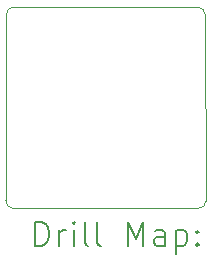
<source format=gbr>
%FSLAX45Y45*%
G04 Gerber Fmt 4.5, Leading zero omitted, Abs format (unit mm)*
G04 Created by KiCad (PCBNEW (6.0.1)) date 2023-03-07 00:33:59*
%MOMM*%
%LPD*%
G01*
G04 APERTURE LIST*
%TA.AperFunction,Profile*%
%ADD10C,0.100000*%
%TD*%
%ADD11C,0.200000*%
G04 APERTURE END LIST*
D10*
X11786790Y-8288836D02*
G75*
G03*
X11721128Y-8355665I182J-65852D01*
G01*
X11716673Y-9928333D02*
G75*
G03*
X11783665Y-9995333I66014J-985D01*
G01*
X13347333Y-9995327D02*
G75*
G03*
X13414333Y-9928335I985J66014D01*
G01*
X13406662Y-8356164D02*
G75*
G03*
X13339670Y-8289164I-66014J986D01*
G01*
X11786790Y-8288836D02*
X13339670Y-8289164D01*
X11716673Y-9928333D02*
X11721128Y-8355665D01*
X13347333Y-9995327D02*
X11783665Y-9995333D01*
X13406663Y-8356164D02*
X13414333Y-9928335D01*
D11*
X11969284Y-10310816D02*
X11969284Y-10110816D01*
X12016903Y-10110816D01*
X12045475Y-10120340D01*
X12064522Y-10139388D01*
X12074046Y-10158435D01*
X12083570Y-10196530D01*
X12083570Y-10225102D01*
X12074046Y-10263197D01*
X12064522Y-10282245D01*
X12045475Y-10301292D01*
X12016903Y-10310816D01*
X11969284Y-10310816D01*
X12169284Y-10310816D02*
X12169284Y-10177483D01*
X12169284Y-10215578D02*
X12178808Y-10196530D01*
X12188332Y-10187007D01*
X12207379Y-10177483D01*
X12226427Y-10177483D01*
X12293094Y-10310816D02*
X12293094Y-10177483D01*
X12293094Y-10110816D02*
X12283570Y-10120340D01*
X12293094Y-10129864D01*
X12302618Y-10120340D01*
X12293094Y-10110816D01*
X12293094Y-10129864D01*
X12416903Y-10310816D02*
X12397856Y-10301292D01*
X12388332Y-10282245D01*
X12388332Y-10110816D01*
X12521665Y-10310816D02*
X12502618Y-10301292D01*
X12493094Y-10282245D01*
X12493094Y-10110816D01*
X12750237Y-10310816D02*
X12750237Y-10110816D01*
X12816903Y-10253673D01*
X12883570Y-10110816D01*
X12883570Y-10310816D01*
X13064522Y-10310816D02*
X13064522Y-10206054D01*
X13054999Y-10187007D01*
X13035951Y-10177483D01*
X12997856Y-10177483D01*
X12978808Y-10187007D01*
X13064522Y-10301292D02*
X13045475Y-10310816D01*
X12997856Y-10310816D01*
X12978808Y-10301292D01*
X12969284Y-10282245D01*
X12969284Y-10263197D01*
X12978808Y-10244149D01*
X12997856Y-10234626D01*
X13045475Y-10234626D01*
X13064522Y-10225102D01*
X13159760Y-10177483D02*
X13159760Y-10377483D01*
X13159760Y-10187007D02*
X13178808Y-10177483D01*
X13216903Y-10177483D01*
X13235951Y-10187007D01*
X13245475Y-10196530D01*
X13254999Y-10215578D01*
X13254999Y-10272721D01*
X13245475Y-10291768D01*
X13235951Y-10301292D01*
X13216903Y-10310816D01*
X13178808Y-10310816D01*
X13159760Y-10301292D01*
X13340713Y-10291768D02*
X13350237Y-10301292D01*
X13340713Y-10310816D01*
X13331189Y-10301292D01*
X13340713Y-10291768D01*
X13340713Y-10310816D01*
X13340713Y-10187007D02*
X13350237Y-10196530D01*
X13340713Y-10206054D01*
X13331189Y-10196530D01*
X13340713Y-10187007D01*
X13340713Y-10206054D01*
M02*

</source>
